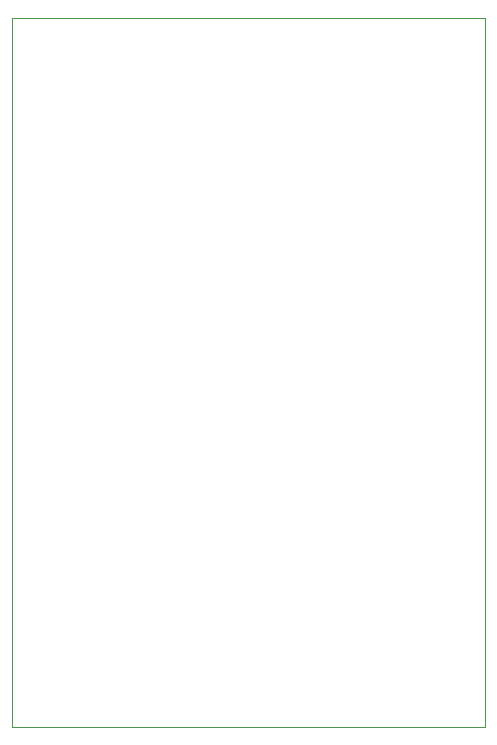
<source format=gbr>
%TF.GenerationSoftware,KiCad,Pcbnew,(6.0.9-0)*%
%TF.CreationDate,2022-11-14T23:33:26+01:00*%
%TF.ProjectId,RaspberryShield,52617370-6265-4727-9279-536869656c64,rev?*%
%TF.SameCoordinates,Original*%
%TF.FileFunction,Legend,Bot*%
%TF.FilePolarity,Positive*%
%FSLAX46Y46*%
G04 Gerber Fmt 4.6, Leading zero omitted, Abs format (unit mm)*
G04 Created by KiCad (PCBNEW (6.0.9-0)) date 2022-11-14 23:33:26*
%MOMM*%
%LPD*%
G01*
G04 APERTURE LIST*
%TA.AperFunction,Profile*%
%ADD10C,0.100000*%
%TD*%
G04 APERTURE END LIST*
D10*
X150000000Y-69000000D02*
X190000000Y-69000000D01*
X190000000Y-69000000D02*
X190000000Y-129000000D01*
X190000000Y-129000000D02*
X150000000Y-129000000D01*
X150000000Y-129000000D02*
X150000000Y-69000000D01*
M02*

</source>
